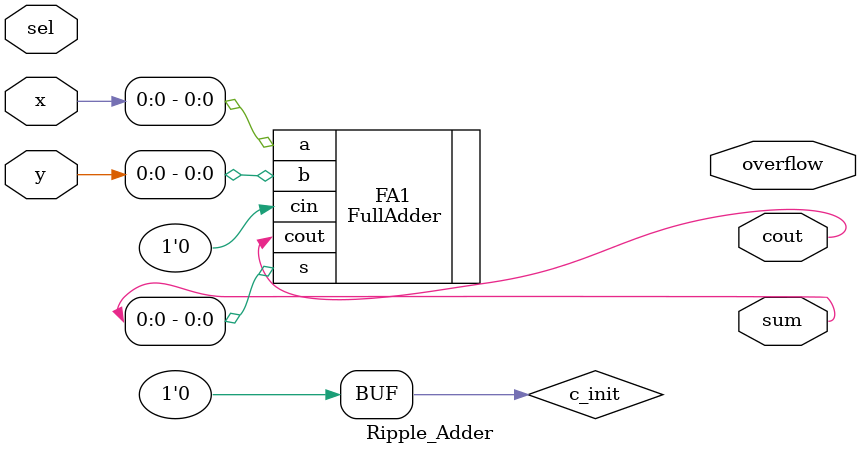
<source format=v>
module Ripple_Adder(x, y, sel, overflow, cout, sum);
  // 3C7 LabC 2019
  // x and y are the 6-bit 2's complement numbers to add
  // sel determines either addition or subtraction
  input wire[5:0] x, y;
  input wire sel;
  
  // overflow output that flags an overflow
  // cout is the MSB carried out from the sum
  // sum is the 6-bit 2's complement sum of x and y
  output wire overflow, cout; 
  output wire[5:0] sum;
  
  assign c_init = 1'b0;
  
  FullAdder FA1( .a(x[0]), .b(y[0]), .cin(c_init), .s(sum[0]), .cout(cout));
//  FullAdder FA2( .a(x[1]), .b(y[1]), .cin(c_init), .s(sum[1]), .cout(cout));
//  FullAdder FA3( .a(x[2]), .b(y[2]), .cin(c_init), .s(sum[2]), .cout(cout));
//  FullAdder FA4( .a(x[3]), .b(y[3]), .cin(c_init), .s(sum[3]), .cout(cout));
//  FullAdder FA5( .a(x[4]), .b(y[4]), .cin(c_init), .s(sum[4]), .cout(cout));
//  FullAdder FA6( .a(x[5]), .b(y[5]), .cin(c_init), .s(sum[5]), .cout(cout));
  
endmodule

</source>
